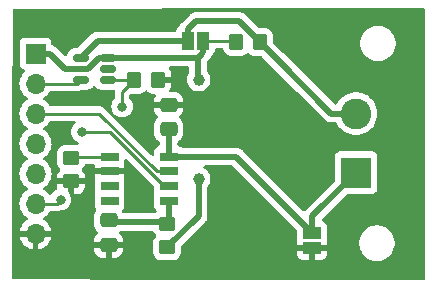
<source format=gbr>
%TF.GenerationSoftware,KiCad,Pcbnew,7.0.2*%
%TF.CreationDate,2023-10-27T14:16:18+02:00*%
%TF.ProjectId,stcs05,73746373-3035-42e6-9b69-6361645f7063,rev?*%
%TF.SameCoordinates,Original*%
%TF.FileFunction,Copper,L1,Top*%
%TF.FilePolarity,Positive*%
%FSLAX46Y46*%
G04 Gerber Fmt 4.6, Leading zero omitted, Abs format (unit mm)*
G04 Created by KiCad (PCBNEW 7.0.2) date 2023-10-27 14:16:18*
%MOMM*%
%LPD*%
G01*
G04 APERTURE LIST*
G04 Aperture macros list*
%AMRoundRect*
0 Rectangle with rounded corners*
0 $1 Rounding radius*
0 $2 $3 $4 $5 $6 $7 $8 $9 X,Y pos of 4 corners*
0 Add a 4 corners polygon primitive as box body*
4,1,4,$2,$3,$4,$5,$6,$7,$8,$9,$2,$3,0*
0 Add four circle primitives for the rounded corners*
1,1,$1+$1,$2,$3*
1,1,$1+$1,$4,$5*
1,1,$1+$1,$6,$7*
1,1,$1+$1,$8,$9*
0 Add four rect primitives between the rounded corners*
20,1,$1+$1,$2,$3,$4,$5,0*
20,1,$1+$1,$4,$5,$6,$7,0*
20,1,$1+$1,$6,$7,$8,$9,0*
20,1,$1+$1,$8,$9,$2,$3,0*%
G04 Aperture macros list end*
%TA.AperFunction,SMDPad,CuDef*%
%ADD10RoundRect,0.250000X0.350000X0.450000X-0.350000X0.450000X-0.350000X-0.450000X0.350000X-0.450000X0*%
%TD*%
%TA.AperFunction,ComponentPad*%
%ADD11R,2.600000X2.600000*%
%TD*%
%TA.AperFunction,ComponentPad*%
%ADD12C,2.600000*%
%TD*%
%TA.AperFunction,SMDPad,CuDef*%
%ADD13RoundRect,0.250000X0.450000X-0.350000X0.450000X0.350000X-0.450000X0.350000X-0.450000X-0.350000X0*%
%TD*%
%TA.AperFunction,SMDPad,CuDef*%
%ADD14R,1.000000X1.500000*%
%TD*%
%TA.AperFunction,SMDPad,CuDef*%
%ADD15RoundRect,0.250000X-0.450000X0.350000X-0.450000X-0.350000X0.450000X-0.350000X0.450000X0.350000X0*%
%TD*%
%TA.AperFunction,SMDPad,CuDef*%
%ADD16RoundRect,0.150000X0.512500X0.150000X-0.512500X0.150000X-0.512500X-0.150000X0.512500X-0.150000X0*%
%TD*%
%TA.AperFunction,SMDPad,CuDef*%
%ADD17R,1.500000X0.800000*%
%TD*%
%TA.AperFunction,SMDPad,CuDef*%
%ADD18RoundRect,0.250000X-0.475000X0.337500X-0.475000X-0.337500X0.475000X-0.337500X0.475000X0.337500X0*%
%TD*%
%TA.AperFunction,SMDPad,CuDef*%
%ADD19R,1.500000X1.000000*%
%TD*%
%TA.AperFunction,ComponentPad*%
%ADD20R,1.700000X1.700000*%
%TD*%
%TA.AperFunction,ComponentPad*%
%ADD21O,1.700000X1.700000*%
%TD*%
%TA.AperFunction,ViaPad*%
%ADD22C,1.000000*%
%TD*%
%TA.AperFunction,ViaPad*%
%ADD23C,0.800000*%
%TD*%
%TA.AperFunction,Conductor*%
%ADD24C,0.500000*%
%TD*%
%TA.AperFunction,Conductor*%
%ADD25C,0.250000*%
%TD*%
G04 APERTURE END LIST*
D10*
%TO.P,R2,1*%
%TO.N,GND*%
X128762000Y-73660000D03*
%TO.P,R2,2*%
%TO.N,/ad0*%
X126762000Y-73660000D03*
%TD*%
D11*
%TO.P,J2,1,Pin_1*%
%TO.N,/led-*%
X145542000Y-81534000D03*
D12*
%TO.P,J2,2,Pin_2*%
%TO.N,/led+*%
X145542000Y-76534000D03*
%TD*%
D13*
%TO.P,R3,1*%
%TO.N,GND*%
X121412000Y-82280000D03*
%TO.P,R3,2*%
%TO.N,Net-(U1-FB)*%
X121412000Y-80280000D03*
%TD*%
D14*
%TO.P,JP1,1,A*%
%TO.N,VSS*%
X132603000Y-70358000D03*
%TO.P,JP1,2,B*%
%TO.N,/led+*%
X131303000Y-70358000D03*
%TD*%
D15*
%TO.P,R4,1*%
%TO.N,Net-(U1-VCC)*%
X129540000Y-85868000D03*
%TO.P,R4,2*%
%TO.N,VSS*%
X129540000Y-87868000D03*
%TD*%
D16*
%TO.P,U2,1*%
%TO.N,/ad0*%
X124512500Y-73700000D03*
%TO.P,U2,2,GND*%
%TO.N,GND*%
X124512500Y-72750000D03*
%TO.P,U2,3,+*%
%TO.N,VSS*%
X124512500Y-71800000D03*
%TO.P,U2,4,-*%
%TO.N,/led+*%
X122237500Y-71800000D03*
%TO.P,U2,5,V+*%
%TO.N,+3V3*%
X122237500Y-73700000D03*
%TD*%
D17*
%TO.P,U1,1,VCC*%
%TO.N,Net-(U1-VCC)*%
X129679000Y-83928000D03*
%TO.P,U1,2,PWM*%
%TO.N,+3V3*%
X129679000Y-82678000D03*
%TO.P,U1,3,EN*%
%TO.N,/I{slash}O*%
X129679000Y-81428000D03*
%TO.P,U1,4,DRAIN*%
%TO.N,/led-*%
X129679000Y-80178000D03*
%TO.P,U1,5,FB*%
%TO.N,Net-(U1-FB)*%
X124679000Y-80178000D03*
%TO.P,U1,6,GND*%
%TO.N,GND*%
X124679000Y-81428000D03*
%TO.P,U1,7,SLOPE*%
%TO.N,unconnected-(U1-SLOPE-Pad7)*%
X124679000Y-82678000D03*
%TO.P,U1,8,DISC*%
%TO.N,unconnected-(U1-DISC-Pad8)*%
X124679000Y-83928000D03*
%TD*%
D10*
%TO.P,R1,1*%
%TO.N,/led+*%
X137398000Y-70485000D03*
%TO.P,R1,2*%
%TO.N,VSS*%
X135398000Y-70485000D03*
%TD*%
D18*
%TO.P,C2,1*%
%TO.N,GND*%
X129667000Y-75797500D03*
%TO.P,C2,2*%
%TO.N,/led-*%
X129667000Y-77872500D03*
%TD*%
%TO.P,C1,1*%
%TO.N,Net-(U1-VCC)*%
X124587000Y-85576500D03*
%TO.P,C1,2*%
%TO.N,GND*%
X124587000Y-87651500D03*
%TD*%
D19*
%TO.P,JP2,1,A*%
%TO.N,/led-*%
X141825000Y-86625000D03*
%TO.P,JP2,2,B*%
%TO.N,GND*%
X141825000Y-87925000D03*
%TD*%
D20*
%TO.P,J1,1,Pin_1*%
%TO.N,VSS*%
X118400000Y-71460000D03*
D21*
%TO.P,J1,2,Pin_2*%
%TO.N,+3V3*%
X118400000Y-74000000D03*
%TO.P,J1,3,Pin_3*%
%TO.N,/I{slash}O*%
X118400000Y-76540000D03*
%TO.P,J1,4,Pin_4*%
%TO.N,/scl*%
X118400000Y-79080000D03*
%TO.P,J1,5,Pin_5*%
%TO.N,/sda*%
X118400000Y-81620000D03*
%TO.P,J1,6,Pin_6*%
%TO.N,/ad0*%
X118400000Y-84160000D03*
%TO.P,J1,7,Pin_7*%
%TO.N,GND*%
X118400000Y-86700000D03*
%TD*%
D22*
%TO.N,VSS*%
X132207000Y-82042000D03*
X132207000Y-73660000D03*
D23*
%TO.N,+3V3*%
X122301000Y-78105000D03*
%TO.N,/ad0*%
X120523000Y-83820000D03*
X125730000Y-75946000D03*
%TD*%
D24*
%TO.N,Net-(U1-VCC)*%
X129679000Y-85729000D02*
X129540000Y-85868000D01*
X124751500Y-85741000D02*
X124587000Y-85576500D01*
X129540000Y-85868000D02*
X129413000Y-85741000D01*
X129679000Y-83928000D02*
X129679000Y-85729000D01*
X129413000Y-85741000D02*
X124751500Y-85741000D01*
%TO.N,/led-*%
X145542000Y-81534000D02*
X141825000Y-85251000D01*
X129667000Y-80166000D02*
X129679000Y-80178000D01*
X135378000Y-80178000D02*
X141825000Y-86625000D01*
X129679000Y-80178000D02*
X135378000Y-80178000D01*
X141825000Y-85251000D02*
X141825000Y-86625000D01*
X129667000Y-77872500D02*
X129667000Y-80166000D01*
%TO.N,VSS*%
X120904000Y-72771000D02*
X119593000Y-71460000D01*
D25*
X135398000Y-70485000D02*
X135271000Y-70358000D01*
D24*
X132161000Y-73614000D02*
X132161000Y-71800000D01*
X124512500Y-71800000D02*
X132161000Y-71800000D01*
X124512500Y-71800000D02*
X123780000Y-71800000D01*
X132207000Y-73660000D02*
X132161000Y-73614000D01*
X123780000Y-71800000D02*
X122809000Y-72771000D01*
X122809000Y-72771000D02*
X120904000Y-72771000D01*
X132161000Y-71800000D02*
X132397000Y-71564000D01*
X132207000Y-85201000D02*
X132207000Y-82042000D01*
X132603000Y-71358000D02*
X132603000Y-70358000D01*
X129540000Y-87868000D02*
X132207000Y-85201000D01*
X132397000Y-71564000D02*
X132603000Y-71358000D01*
D25*
X135271000Y-70358000D02*
X132603000Y-70358000D01*
D24*
X119593000Y-71460000D02*
X118400000Y-71460000D01*
D25*
%TO.N,+3V3*%
X129292604Y-82678000D02*
X124719604Y-78105000D01*
X121937500Y-74000000D02*
X118400000Y-74000000D01*
X122237500Y-73700000D02*
X121937500Y-74000000D01*
X129679000Y-82678000D02*
X129292604Y-82678000D01*
X124719604Y-78105000D02*
X122301000Y-78105000D01*
%TO.N,/I{slash}O*%
X128679000Y-81428000D02*
X123791000Y-76540000D01*
X129679000Y-81428000D02*
X128679000Y-81428000D01*
X123791000Y-76540000D02*
X118400000Y-76540000D01*
%TO.N,/ad0*%
X120183000Y-84160000D02*
X120523000Y-83820000D01*
X118400000Y-84160000D02*
X120183000Y-84160000D01*
X124552500Y-73660000D02*
X124512500Y-73700000D01*
X125730000Y-75946000D02*
X125730000Y-74692000D01*
X125730000Y-74692000D02*
X126762000Y-73660000D01*
X126762000Y-73660000D02*
X124552500Y-73660000D01*
D24*
%TO.N,/led+*%
X138866500Y-71953500D02*
X137398000Y-70485000D01*
X132004000Y-68707000D02*
X131303000Y-69408000D01*
X145542000Y-76534000D02*
X143447000Y-76534000D01*
X131303000Y-70358000D02*
X123679500Y-70358000D01*
X143447000Y-76534000D02*
X138866500Y-71953500D01*
X135620000Y-68707000D02*
X132004000Y-68707000D01*
X123679500Y-70358000D02*
X122237500Y-71800000D01*
X137398000Y-70485000D02*
X135620000Y-68707000D01*
X131303000Y-69408000D02*
X131303000Y-70358000D01*
D25*
%TO.N,Net-(U1-FB)*%
X124679000Y-80178000D02*
X121514000Y-80178000D01*
X121514000Y-80178000D02*
X121412000Y-80280000D01*
%TD*%
%TA.AperFunction,Conductor*%
%TO.N,GND*%
G36*
X151327039Y-67620184D02*
G01*
X151372794Y-67672988D01*
X151384000Y-67724499D01*
X151384000Y-90475500D01*
X151364315Y-90542539D01*
X151311511Y-90588294D01*
X151260000Y-90599500D01*
X129718001Y-90599500D01*
X116524050Y-90551694D01*
X116457082Y-90531767D01*
X116411519Y-90478797D01*
X116400500Y-90427699D01*
X116400500Y-84160000D01*
X117044340Y-84160000D01*
X117064936Y-84395407D01*
X117109709Y-84562502D01*
X117126097Y-84623663D01*
X117225965Y-84837830D01*
X117361505Y-85031401D01*
X117528599Y-85198495D01*
X117714596Y-85328732D01*
X117758219Y-85383307D01*
X117765412Y-85452806D01*
X117733890Y-85515160D01*
X117714595Y-85531880D01*
X117528919Y-85661892D01*
X117361890Y-85828921D01*
X117226400Y-86022421D01*
X117126569Y-86236507D01*
X117069364Y-86449999D01*
X117069364Y-86450000D01*
X117966314Y-86450000D01*
X117940507Y-86490156D01*
X117900000Y-86628111D01*
X117900000Y-86771889D01*
X117940507Y-86909844D01*
X117966314Y-86950000D01*
X117069364Y-86950000D01*
X117126569Y-87163492D01*
X117226399Y-87377576D01*
X117361893Y-87571081D01*
X117528918Y-87738106D01*
X117722423Y-87873600D01*
X117936509Y-87973430D01*
X118150000Y-88030634D01*
X118150000Y-87135501D01*
X118257685Y-87184680D01*
X118364237Y-87200000D01*
X118435763Y-87200000D01*
X118542315Y-87184680D01*
X118650000Y-87135501D01*
X118650000Y-88030633D01*
X118863490Y-87973430D01*
X119017744Y-87901500D01*
X123362001Y-87901500D01*
X123362001Y-88035829D01*
X123362321Y-88042111D01*
X123372493Y-88141695D01*
X123427642Y-88308122D01*
X123519683Y-88457345D01*
X123643654Y-88581316D01*
X123792877Y-88673357D01*
X123959303Y-88728506D01*
X124058890Y-88738680D01*
X124065168Y-88738999D01*
X124336999Y-88738999D01*
X124337000Y-88738998D01*
X124337000Y-87901500D01*
X124837000Y-87901500D01*
X124837000Y-88738999D01*
X125108829Y-88738999D01*
X125115111Y-88738678D01*
X125214695Y-88728506D01*
X125381122Y-88673357D01*
X125530345Y-88581316D01*
X125654316Y-88457345D01*
X125746357Y-88308122D01*
X125801506Y-88141696D01*
X125811680Y-88042109D01*
X125812000Y-88035831D01*
X125812000Y-87901500D01*
X124837000Y-87901500D01*
X124337000Y-87901500D01*
X123362001Y-87901500D01*
X119017744Y-87901500D01*
X119077576Y-87873600D01*
X119271081Y-87738106D01*
X119438106Y-87571081D01*
X119573600Y-87377576D01*
X119673430Y-87163492D01*
X119730636Y-86950000D01*
X118833686Y-86950000D01*
X118859493Y-86909844D01*
X118900000Y-86771889D01*
X118900000Y-86628111D01*
X118859493Y-86490156D01*
X118833686Y-86450000D01*
X119730636Y-86450000D01*
X119730635Y-86449999D01*
X119673430Y-86236507D01*
X119573599Y-86022421D01*
X119438109Y-85828921D01*
X119271081Y-85661893D01*
X119085404Y-85531880D01*
X119041780Y-85477303D01*
X119034587Y-85407804D01*
X119066109Y-85345450D01*
X119085399Y-85328734D01*
X119271401Y-85198495D01*
X119438495Y-85031401D01*
X119573653Y-84838374D01*
X119628229Y-84794752D01*
X119675227Y-84785500D01*
X120100256Y-84785500D01*
X120120762Y-84787764D01*
X120123665Y-84787672D01*
X120123667Y-84787673D01*
X120190872Y-84785561D01*
X120194768Y-84785500D01*
X120218448Y-84785500D01*
X120222350Y-84785500D01*
X120226313Y-84784999D01*
X120237962Y-84784080D01*
X120281627Y-84782709D01*
X120300859Y-84777120D01*
X120319918Y-84773174D01*
X120330836Y-84771795D01*
X120339792Y-84770664D01*
X120380407Y-84754582D01*
X120391444Y-84750803D01*
X120433390Y-84738618D01*
X120434826Y-84737768D01*
X120497948Y-84720500D01*
X120617648Y-84720500D01*
X120782088Y-84685547D01*
X120802803Y-84681144D01*
X120975730Y-84604151D01*
X120975729Y-84604151D01*
X121128870Y-84492889D01*
X121255533Y-84352216D01*
X121350179Y-84188284D01*
X121359369Y-84160000D01*
X121408674Y-84008256D01*
X121428460Y-83820000D01*
X121408674Y-83631744D01*
X121360490Y-83483449D01*
X121350179Y-83451715D01*
X121255533Y-83287783D01*
X121193850Y-83219277D01*
X121163620Y-83156285D01*
X121162000Y-83136305D01*
X121162000Y-82530000D01*
X121662000Y-82530000D01*
X121662000Y-83379999D01*
X121908829Y-83379999D01*
X121915111Y-83379678D01*
X122014695Y-83369506D01*
X122181122Y-83314357D01*
X122330345Y-83222316D01*
X122454316Y-83098345D01*
X122546357Y-82949122D01*
X122601506Y-82782696D01*
X122611680Y-82683109D01*
X122612000Y-82676831D01*
X122612000Y-82530000D01*
X121662000Y-82530000D01*
X121162000Y-82530000D01*
X120212001Y-82530000D01*
X120212001Y-82676829D01*
X120212321Y-82683111D01*
X120222493Y-82782695D01*
X120240699Y-82837635D01*
X120243101Y-82907463D01*
X120207369Y-82967505D01*
X120173429Y-82989918D01*
X120070269Y-83035848D01*
X119917129Y-83147110D01*
X119790467Y-83287782D01*
X119728466Y-83395171D01*
X119677898Y-83443386D01*
X119609291Y-83456608D01*
X119544427Y-83430640D01*
X119519504Y-83404293D01*
X119502493Y-83379999D01*
X119438495Y-83288599D01*
X119271401Y-83121505D01*
X119085839Y-82991573D01*
X119042216Y-82936998D01*
X119035022Y-82867500D01*
X119066545Y-82805145D01*
X119085837Y-82788428D01*
X119271401Y-82658495D01*
X119438495Y-82491401D01*
X119574035Y-82297830D01*
X119673903Y-82083663D01*
X119735063Y-81855408D01*
X119755659Y-81620000D01*
X119735063Y-81384592D01*
X119673903Y-81156337D01*
X119574035Y-80942171D01*
X119438495Y-80748599D01*
X119271401Y-80581505D01*
X119085839Y-80451573D01*
X119042215Y-80396997D01*
X119035023Y-80327498D01*
X119066545Y-80265144D01*
X119085831Y-80248432D01*
X119271401Y-80118495D01*
X119438495Y-79951401D01*
X119574035Y-79757830D01*
X119673903Y-79543663D01*
X119735063Y-79315408D01*
X119755659Y-79080000D01*
X119753437Y-79054608D01*
X119735063Y-78844592D01*
X119709767Y-78750185D01*
X119673903Y-78616337D01*
X119574035Y-78402171D01*
X119438495Y-78208599D01*
X119271401Y-78041505D01*
X119085839Y-77911573D01*
X119042216Y-77856998D01*
X119035022Y-77787500D01*
X119066545Y-77725145D01*
X119085837Y-77708428D01*
X119271401Y-77578495D01*
X119438495Y-77411401D01*
X119573653Y-77218374D01*
X119628229Y-77174752D01*
X119675227Y-77165500D01*
X121680456Y-77165500D01*
X121747495Y-77185185D01*
X121793250Y-77237989D01*
X121803194Y-77307147D01*
X121774169Y-77370703D01*
X121753341Y-77389818D01*
X121695129Y-77432110D01*
X121568466Y-77572783D01*
X121473820Y-77736715D01*
X121415326Y-77916742D01*
X121395540Y-78104999D01*
X121415326Y-78293257D01*
X121473820Y-78473284D01*
X121568466Y-78637216D01*
X121695129Y-78777889D01*
X121848267Y-78889150D01*
X121860989Y-78894814D01*
X121968111Y-78942508D01*
X122021349Y-78987759D01*
X122041670Y-79054608D01*
X122022625Y-79121831D01*
X121970259Y-79168087D01*
X121912026Y-79179501D01*
X121912009Y-79179500D01*
X121908863Y-79179500D01*
X120915140Y-79179500D01*
X120915120Y-79179500D01*
X120911992Y-79179501D01*
X120908860Y-79179820D01*
X120908858Y-79179821D01*
X120809203Y-79190000D01*
X120642665Y-79245186D01*
X120493342Y-79337288D01*
X120369288Y-79461342D01*
X120277186Y-79610665D01*
X120222000Y-79777202D01*
X120211819Y-79876858D01*
X120211817Y-79876878D01*
X120211500Y-79879991D01*
X120211500Y-79883138D01*
X120211500Y-79883139D01*
X120211500Y-80676858D01*
X120211500Y-80676877D01*
X120211501Y-80680008D01*
X120211820Y-80683140D01*
X120211821Y-80683141D01*
X120222000Y-80782796D01*
X120277186Y-80949334D01*
X120369288Y-81098657D01*
X120463303Y-81192672D01*
X120496788Y-81253995D01*
X120491804Y-81323687D01*
X120463304Y-81368034D01*
X120369681Y-81461656D01*
X120277642Y-81610877D01*
X120222493Y-81777303D01*
X120212319Y-81876890D01*
X120212000Y-81883168D01*
X120212000Y-82030000D01*
X122611999Y-82030000D01*
X122611999Y-81883170D01*
X122611678Y-81876888D01*
X122601506Y-81777304D01*
X122546357Y-81610877D01*
X122454316Y-81461654D01*
X122360696Y-81368034D01*
X122327211Y-81306711D01*
X122332195Y-81237019D01*
X122360694Y-81192673D01*
X122454712Y-81098656D01*
X122546814Y-80949334D01*
X122566974Y-80888494D01*
X122606747Y-80831051D01*
X122671263Y-80804228D01*
X122684680Y-80803500D01*
X123309948Y-80803500D01*
X123376987Y-80823185D01*
X123422742Y-80875989D01*
X123433237Y-80940756D01*
X123429354Y-80976869D01*
X123429000Y-80983481D01*
X123429000Y-81178000D01*
X125929000Y-81178000D01*
X125929000Y-80983481D01*
X125928646Y-80976885D01*
X125922597Y-80920619D01*
X125895156Y-80847048D01*
X125890171Y-80777357D01*
X125895153Y-80760386D01*
X125923091Y-80685483D01*
X125929500Y-80625873D01*
X125929499Y-80498845D01*
X125949183Y-80431808D01*
X126001987Y-80386053D01*
X126071145Y-80376109D01*
X126134701Y-80405133D01*
X126141180Y-80411166D01*
X128392181Y-82662167D01*
X128425666Y-82723490D01*
X128428500Y-82749848D01*
X128428500Y-83122560D01*
X128428500Y-83122578D01*
X128428501Y-83125872D01*
X128428853Y-83129152D01*
X128428854Y-83129159D01*
X128434909Y-83185485D01*
X128462577Y-83259667D01*
X128467561Y-83329358D01*
X128462577Y-83346331D01*
X128434909Y-83420513D01*
X128428854Y-83476833D01*
X128428500Y-83480127D01*
X128428500Y-83483448D01*
X128428500Y-83483449D01*
X128428500Y-84372560D01*
X128428500Y-84372578D01*
X128428501Y-84375872D01*
X128434909Y-84435483D01*
X128485204Y-84570331D01*
X128571454Y-84685546D01*
X128623740Y-84724687D01*
X128665611Y-84780621D01*
X128670595Y-84850312D01*
X128637110Y-84911635D01*
X128627006Y-84919624D01*
X128592452Y-84954180D01*
X128531130Y-84987666D01*
X128504770Y-84990500D01*
X125859711Y-84990500D01*
X125792672Y-84970815D01*
X125754172Y-84931596D01*
X125720065Y-84876299D01*
X125701625Y-84808907D01*
X125722548Y-84742243D01*
X125751294Y-84711936D01*
X125765539Y-84701271D01*
X125786546Y-84685546D01*
X125872796Y-84570331D01*
X125923091Y-84435483D01*
X125929500Y-84375873D01*
X125929499Y-83480128D01*
X125923091Y-83420517D01*
X125895421Y-83346332D01*
X125890438Y-83276642D01*
X125895422Y-83259667D01*
X125923091Y-83185483D01*
X125929500Y-83125873D01*
X125929499Y-82230128D01*
X125923091Y-82170517D01*
X125895154Y-82095616D01*
X125890171Y-82025927D01*
X125895156Y-82008950D01*
X125922597Y-81935378D01*
X125928646Y-81879114D01*
X125929000Y-81872518D01*
X125929000Y-81678000D01*
X123429000Y-81678000D01*
X123429000Y-81872518D01*
X123429354Y-81879132D01*
X123435400Y-81935373D01*
X123462844Y-82008952D01*
X123467828Y-82078644D01*
X123462844Y-82095618D01*
X123434909Y-82170515D01*
X123428854Y-82226833D01*
X123428500Y-82230127D01*
X123428500Y-82233448D01*
X123428500Y-82233449D01*
X123428500Y-83122560D01*
X123428500Y-83122578D01*
X123428501Y-83125872D01*
X123428853Y-83129152D01*
X123428854Y-83129159D01*
X123434909Y-83185485D01*
X123462577Y-83259667D01*
X123467561Y-83329358D01*
X123462577Y-83346331D01*
X123434909Y-83420513D01*
X123428854Y-83476833D01*
X123428500Y-83480127D01*
X123428500Y-83483448D01*
X123428500Y-83483449D01*
X123428500Y-84372560D01*
X123428500Y-84372578D01*
X123428501Y-84375872D01*
X123434909Y-84435483D01*
X123485204Y-84570331D01*
X123510522Y-84604151D01*
X123521033Y-84618192D01*
X123545450Y-84683657D01*
X123530598Y-84751930D01*
X123526319Y-84757652D01*
X123526897Y-84758008D01*
X123519288Y-84770343D01*
X123519288Y-84770344D01*
X123516788Y-84774397D01*
X123427186Y-84919665D01*
X123372000Y-85086202D01*
X123361819Y-85185858D01*
X123361817Y-85185878D01*
X123361500Y-85188991D01*
X123361500Y-85192138D01*
X123361500Y-85192139D01*
X123361500Y-85960858D01*
X123361500Y-85960877D01*
X123361501Y-85964008D01*
X123361820Y-85967140D01*
X123361821Y-85967141D01*
X123372000Y-86066796D01*
X123427186Y-86233334D01*
X123519288Y-86382657D01*
X123643340Y-86506709D01*
X123643342Y-86506710D01*
X123643344Y-86506712D01*
X123646652Y-86508752D01*
X123693379Y-86560698D01*
X123704603Y-86629660D01*
X123676762Y-86693744D01*
X123646659Y-86719830D01*
X123643654Y-86721683D01*
X123519683Y-86845654D01*
X123427642Y-86994877D01*
X123372493Y-87161303D01*
X123362319Y-87260890D01*
X123362000Y-87267168D01*
X123362000Y-87401500D01*
X125811999Y-87401500D01*
X125811999Y-87267170D01*
X125811678Y-87260888D01*
X125801506Y-87161304D01*
X125746357Y-86994877D01*
X125654316Y-86845654D01*
X125530345Y-86721683D01*
X125529299Y-86721038D01*
X125525712Y-86717050D01*
X125520096Y-86711434D01*
X125520393Y-86711136D01*
X125482575Y-86669090D01*
X125471354Y-86600127D01*
X125499197Y-86536045D01*
X125557266Y-86497190D01*
X125594397Y-86491500D01*
X128307709Y-86491500D01*
X128374748Y-86511185D01*
X128413248Y-86550404D01*
X128497288Y-86686657D01*
X128590950Y-86780319D01*
X128624435Y-86841642D01*
X128619451Y-86911334D01*
X128590950Y-86955681D01*
X128497288Y-87049342D01*
X128405186Y-87198665D01*
X128350000Y-87365202D01*
X128339819Y-87464858D01*
X128339817Y-87464878D01*
X128339500Y-87467991D01*
X128339500Y-87471138D01*
X128339500Y-87471139D01*
X128339500Y-88264858D01*
X128339500Y-88264877D01*
X128339501Y-88268008D01*
X128339820Y-88271140D01*
X128339821Y-88271141D01*
X128350000Y-88370796D01*
X128405186Y-88537334D01*
X128497288Y-88686657D01*
X128621342Y-88810711D01*
X128677895Y-88845592D01*
X128770666Y-88902814D01*
X128882017Y-88939712D01*
X128937202Y-88957999D01*
X129036858Y-88968180D01*
X129036859Y-88968180D01*
X129039991Y-88968500D01*
X130040008Y-88968499D01*
X130142797Y-88957999D01*
X130309334Y-88902814D01*
X130458656Y-88810712D01*
X130582712Y-88686656D01*
X130674814Y-88537334D01*
X130729999Y-88370797D01*
X130740500Y-88268009D01*
X130740500Y-88175000D01*
X140575000Y-88175000D01*
X140575000Y-88469518D01*
X140575354Y-88476132D01*
X140581400Y-88532371D01*
X140631647Y-88667089D01*
X140717811Y-88782188D01*
X140832910Y-88868352D01*
X140967628Y-88918599D01*
X141023867Y-88924645D01*
X141030482Y-88925000D01*
X141575000Y-88925000D01*
X141575000Y-88175000D01*
X142075000Y-88175000D01*
X142075000Y-88925000D01*
X142619518Y-88925000D01*
X142626132Y-88924645D01*
X142682371Y-88918599D01*
X142817089Y-88868352D01*
X142932188Y-88782188D01*
X143018352Y-88667089D01*
X143068599Y-88532371D01*
X143074645Y-88476132D01*
X143075000Y-88469518D01*
X143075000Y-88175000D01*
X142075000Y-88175000D01*
X141575000Y-88175000D01*
X140575000Y-88175000D01*
X130740500Y-88175000D01*
X130740499Y-87780228D01*
X130760183Y-87713190D01*
X130776813Y-87692553D01*
X132692638Y-85776727D01*
X132706256Y-85764957D01*
X132725530Y-85750610D01*
X132757372Y-85712661D01*
X132764686Y-85704681D01*
X132765264Y-85704102D01*
X132768591Y-85700776D01*
X132787853Y-85676413D01*
X132790076Y-85673686D01*
X132799972Y-85661893D01*
X132838302Y-85616214D01*
X132838303Y-85616211D01*
X132839115Y-85615244D01*
X132849573Y-85598828D01*
X132850107Y-85597680D01*
X132850111Y-85597677D01*
X132881845Y-85529621D01*
X132883371Y-85526470D01*
X132917040Y-85459433D01*
X132917040Y-85459431D01*
X132917609Y-85458299D01*
X132924002Y-85439906D01*
X132939431Y-85365184D01*
X132940212Y-85361660D01*
X132957791Y-85287493D01*
X132959770Y-85268120D01*
X132959733Y-85266858D01*
X132959734Y-85266855D01*
X132957552Y-85191868D01*
X132957500Y-85188262D01*
X132957500Y-82748977D01*
X132977185Y-82681938D01*
X132985647Y-82670312D01*
X133042910Y-82600538D01*
X133135814Y-82426727D01*
X133193024Y-82238132D01*
X133212341Y-82042000D01*
X133193024Y-81845868D01*
X133135814Y-81657273D01*
X133042910Y-81483462D01*
X132917883Y-81331117D01*
X132765538Y-81206090D01*
X132682786Y-81161858D01*
X132632942Y-81112896D01*
X132617481Y-81044758D01*
X132641313Y-80979079D01*
X132696870Y-80936710D01*
X132741239Y-80928500D01*
X135015770Y-80928500D01*
X135082809Y-80948185D01*
X135103451Y-80964819D01*
X140538181Y-86399549D01*
X140571666Y-86460872D01*
X140574500Y-86487230D01*
X140574500Y-87169560D01*
X140574500Y-87169578D01*
X140574501Y-87172872D01*
X140574853Y-87176152D01*
X140574854Y-87176159D01*
X140582574Y-87247968D01*
X140581990Y-87248030D01*
X140585855Y-87302074D01*
X140581466Y-87317019D01*
X140575354Y-87373867D01*
X140575000Y-87380481D01*
X140575000Y-87675000D01*
X143075000Y-87675000D01*
X143075000Y-87624335D01*
X145799500Y-87624335D01*
X145807954Y-87675000D01*
X145840429Y-87869615D01*
X145899647Y-88042111D01*
X145921172Y-88104810D01*
X146009491Y-88268009D01*
X146039529Y-88323514D01*
X146143695Y-88457345D01*
X146192262Y-88519744D01*
X146375215Y-88688164D01*
X146583393Y-88824173D01*
X146811119Y-88924063D01*
X147052179Y-88985108D01*
X147237933Y-89000500D01*
X147240503Y-89000500D01*
X147359497Y-89000500D01*
X147362067Y-89000500D01*
X147547821Y-88985108D01*
X147788881Y-88924063D01*
X148016607Y-88824173D01*
X148224785Y-88688164D01*
X148407738Y-88519744D01*
X148560474Y-88323509D01*
X148678828Y-88104810D01*
X148759571Y-87869614D01*
X148800500Y-87624335D01*
X148800500Y-87375665D01*
X148759571Y-87130386D01*
X148678828Y-86895190D01*
X148560474Y-86676491D01*
X148560471Y-86676487D01*
X148560470Y-86676485D01*
X148429917Y-86508752D01*
X148407738Y-86480256D01*
X148224785Y-86311836D01*
X148016607Y-86175827D01*
X148016604Y-86175825D01*
X147891523Y-86120960D01*
X147788881Y-86075937D01*
X147608866Y-86030351D01*
X147547822Y-86014892D01*
X147513854Y-86012077D01*
X147362067Y-85999500D01*
X147237933Y-85999500D01*
X147120111Y-86009262D01*
X147052177Y-86014892D01*
X146930086Y-86045810D01*
X146811119Y-86075937D01*
X146788678Y-86085780D01*
X146583395Y-86175825D01*
X146490515Y-86236507D01*
X146375215Y-86311836D01*
X146375213Y-86311837D01*
X146375214Y-86311837D01*
X146192259Y-86480259D01*
X146039529Y-86676485D01*
X146016072Y-86719830D01*
X145935887Y-86868000D01*
X145921170Y-86895194D01*
X145840429Y-87130384D01*
X145817604Y-87267170D01*
X145799500Y-87375665D01*
X145799500Y-87624335D01*
X143075000Y-87624335D01*
X143075000Y-87380481D01*
X143074646Y-87373885D01*
X143066933Y-87302138D01*
X143067912Y-87302032D01*
X143064142Y-87249362D01*
X143069086Y-87232526D01*
X143072583Y-87200000D01*
X143075500Y-87172873D01*
X143075499Y-86077128D01*
X143069091Y-86017517D01*
X143018796Y-85882669D01*
X142932546Y-85767454D01*
X142817331Y-85681204D01*
X142817330Y-85681203D01*
X142817328Y-85681202D01*
X142735059Y-85650517D01*
X142679125Y-85608646D01*
X142654709Y-85543181D01*
X142669561Y-85474908D01*
X142690709Y-85446658D01*
X144766549Y-83370817D01*
X144827872Y-83337333D01*
X144854230Y-83334499D01*
X146886561Y-83334499D01*
X146889872Y-83334499D01*
X146949483Y-83328091D01*
X147084331Y-83277796D01*
X147199546Y-83191546D01*
X147285796Y-83076331D01*
X147336091Y-82941483D01*
X147342500Y-82881873D01*
X147342499Y-80186128D01*
X147336091Y-80126517D01*
X147285796Y-79991669D01*
X147199546Y-79876454D01*
X147084331Y-79790204D01*
X146949483Y-79739909D01*
X146889873Y-79733500D01*
X146886550Y-79733500D01*
X144197439Y-79733500D01*
X144197420Y-79733500D01*
X144194128Y-79733501D01*
X144190848Y-79733853D01*
X144190840Y-79733854D01*
X144134515Y-79739909D01*
X143999669Y-79790204D01*
X143884454Y-79876454D01*
X143798204Y-79991668D01*
X143747910Y-80126515D01*
X143747909Y-80126517D01*
X143741500Y-80186127D01*
X143741500Y-80189448D01*
X143741500Y-80189449D01*
X143741500Y-82221769D01*
X143721815Y-82288808D01*
X143705181Y-82309450D01*
X141339358Y-84675272D01*
X141325727Y-84687053D01*
X141306468Y-84701391D01*
X141274635Y-84739328D01*
X141267338Y-84747292D01*
X141265972Y-84748657D01*
X141265950Y-84748681D01*
X141263409Y-84751223D01*
X141261173Y-84754050D01*
X141261171Y-84754053D01*
X141244176Y-84775546D01*
X141241905Y-84778334D01*
X141236930Y-84784264D01*
X141236636Y-84784614D01*
X141178466Y-84823319D01*
X141108605Y-84824431D01*
X141053961Y-84792594D01*
X138550175Y-82288808D01*
X135953728Y-79692360D01*
X135941946Y-79678727D01*
X135927609Y-79659469D01*
X135889666Y-79627631D01*
X135881691Y-79620323D01*
X135880329Y-79618961D01*
X135877777Y-79616409D01*
X135853444Y-79597169D01*
X135850647Y-79594890D01*
X135792251Y-79545890D01*
X135775821Y-79535422D01*
X135706691Y-79503186D01*
X135703447Y-79501615D01*
X135635306Y-79467394D01*
X135616903Y-79460997D01*
X135542211Y-79445574D01*
X135538692Y-79444794D01*
X135464490Y-79427208D01*
X135445121Y-79425229D01*
X135368869Y-79427448D01*
X135365263Y-79427500D01*
X130837230Y-79427500D01*
X130770191Y-79407815D01*
X130762919Y-79402767D01*
X130671331Y-79334204D01*
X130536479Y-79283907D01*
X130528243Y-79283022D01*
X130463692Y-79256283D01*
X130423845Y-79198890D01*
X130417500Y-79159733D01*
X130417500Y-78991057D01*
X130437185Y-78924018D01*
X130476401Y-78885520D01*
X130610656Y-78802712D01*
X130734712Y-78678656D01*
X130826814Y-78529334D01*
X130881999Y-78362797D01*
X130892500Y-78260009D01*
X130892499Y-77484992D01*
X130881999Y-77382203D01*
X130826814Y-77215666D01*
X130734712Y-77066344D01*
X130734711Y-77066342D01*
X130610659Y-76942290D01*
X130607345Y-76940246D01*
X130560620Y-76888299D01*
X130549396Y-76819336D01*
X130577238Y-76755254D01*
X130607348Y-76729164D01*
X130610348Y-76727313D01*
X130734316Y-76603345D01*
X130826357Y-76454122D01*
X130881506Y-76287696D01*
X130891680Y-76188109D01*
X130892000Y-76181831D01*
X130892000Y-76047500D01*
X128442001Y-76047500D01*
X128442001Y-76181829D01*
X128442321Y-76188111D01*
X128452493Y-76287695D01*
X128507642Y-76454122D01*
X128599683Y-76603345D01*
X128723654Y-76727316D01*
X128726656Y-76729168D01*
X128773380Y-76781117D01*
X128784601Y-76850079D01*
X128756757Y-76914161D01*
X128726659Y-76940242D01*
X128723344Y-76942286D01*
X128599288Y-77066342D01*
X128507186Y-77215665D01*
X128452000Y-77382202D01*
X128441819Y-77481858D01*
X128441817Y-77481878D01*
X128441500Y-77484991D01*
X128441500Y-77488138D01*
X128441500Y-77488139D01*
X128441500Y-78256858D01*
X128441500Y-78256877D01*
X128441501Y-78260008D01*
X128441820Y-78263140D01*
X128441821Y-78263141D01*
X128452000Y-78362796D01*
X128507186Y-78529334D01*
X128599288Y-78678657D01*
X128723342Y-78802711D01*
X128723344Y-78802712D01*
X128857597Y-78885519D01*
X128904321Y-78937465D01*
X128916500Y-78991057D01*
X128916500Y-79162387D01*
X128896815Y-79229426D01*
X128844011Y-79275181D01*
X128835834Y-79278569D01*
X128686668Y-79334204D01*
X128571454Y-79420454D01*
X128485204Y-79535668D01*
X128434909Y-79670516D01*
X128432561Y-79692360D01*
X128428500Y-79730127D01*
X128428500Y-79733430D01*
X128428499Y-79733449D01*
X128428499Y-79993547D01*
X128408814Y-80060587D01*
X128356010Y-80106342D01*
X128286851Y-80116285D01*
X128223296Y-80087260D01*
X128216818Y-80081228D01*
X126350328Y-78214738D01*
X124291802Y-76156211D01*
X124278906Y-76140113D01*
X124227775Y-76092098D01*
X124224978Y-76089387D01*
X124208227Y-76072636D01*
X124205471Y-76069880D01*
X124202290Y-76067412D01*
X124193422Y-76059837D01*
X124161582Y-76029938D01*
X124144024Y-76020285D01*
X124127764Y-76009604D01*
X124111936Y-75997327D01*
X124071851Y-75979980D01*
X124061361Y-75974841D01*
X124023091Y-75953802D01*
X124003691Y-75948821D01*
X123985284Y-75942519D01*
X123966897Y-75934562D01*
X123923758Y-75927729D01*
X123912324Y-75925361D01*
X123870019Y-75914500D01*
X123849984Y-75914500D01*
X123830586Y-75912973D01*
X123823162Y-75911797D01*
X123810805Y-75909840D01*
X123810804Y-75909840D01*
X123777751Y-75912964D01*
X123767325Y-75913950D01*
X123755656Y-75914500D01*
X119675226Y-75914500D01*
X119608187Y-75894815D01*
X119573651Y-75861623D01*
X119509297Y-75769715D01*
X119438495Y-75668599D01*
X119271401Y-75501505D01*
X119085839Y-75371573D01*
X119042215Y-75316997D01*
X119035023Y-75247498D01*
X119066545Y-75185144D01*
X119085831Y-75168432D01*
X119271401Y-75038495D01*
X119438495Y-74871401D01*
X119573653Y-74678374D01*
X119628229Y-74634752D01*
X119675227Y-74625500D01*
X121854756Y-74625500D01*
X121875262Y-74627764D01*
X121878165Y-74627672D01*
X121878167Y-74627673D01*
X121945372Y-74625561D01*
X121949268Y-74625500D01*
X121972948Y-74625500D01*
X121976850Y-74625500D01*
X121980813Y-74624999D01*
X121992462Y-74624080D01*
X122036127Y-74622709D01*
X122055359Y-74617120D01*
X122074418Y-74613174D01*
X122080696Y-74612381D01*
X122094292Y-74610664D01*
X122134907Y-74594582D01*
X122145944Y-74590803D01*
X122187890Y-74578618D01*
X122205129Y-74568422D01*
X122222602Y-74559862D01*
X122241232Y-74552486D01*
X122276564Y-74526814D01*
X122286337Y-74520396D01*
X122290790Y-74517763D01*
X122353902Y-74500500D01*
X122813249Y-74500500D01*
X122815694Y-74500500D01*
X122852569Y-74497598D01*
X123010398Y-74451744D01*
X123151865Y-74368081D01*
X123268081Y-74251865D01*
X123268265Y-74251552D01*
X123270197Y-74249748D01*
X123279158Y-74240788D01*
X123279464Y-74241094D01*
X123319328Y-74203868D01*
X123388069Y-74191360D01*
X123452660Y-74218001D01*
X123481729Y-74251544D01*
X123481735Y-74251555D01*
X123481919Y-74251865D01*
X123598135Y-74368081D01*
X123701350Y-74429122D01*
X123739602Y-74451744D01*
X123897427Y-74497597D01*
X123897431Y-74497598D01*
X123934306Y-74500500D01*
X123936751Y-74500500D01*
X124980500Y-74500500D01*
X125047539Y-74520185D01*
X125093294Y-74572989D01*
X125104500Y-74624500D01*
X125104500Y-74633016D01*
X125102973Y-74652414D01*
X125099839Y-74672196D01*
X125103949Y-74715676D01*
X125104499Y-74727343D01*
X125104500Y-75247312D01*
X125084816Y-75314351D01*
X125072650Y-75330284D01*
X124997466Y-75413783D01*
X124902820Y-75577715D01*
X124844326Y-75757742D01*
X124824540Y-75946000D01*
X124844326Y-76134257D01*
X124902820Y-76314284D01*
X124997466Y-76478216D01*
X125124129Y-76618889D01*
X125277269Y-76730151D01*
X125450197Y-76807144D01*
X125635352Y-76846500D01*
X125635354Y-76846500D01*
X125824648Y-76846500D01*
X125952444Y-76819336D01*
X126009803Y-76807144D01*
X126182730Y-76730151D01*
X126335871Y-76618888D01*
X126462533Y-76478216D01*
X126557179Y-76314284D01*
X126615674Y-76134256D01*
X126635460Y-75946000D01*
X126615674Y-75757744D01*
X126557179Y-75577716D01*
X126557179Y-75577715D01*
X126462535Y-75413786D01*
X126450478Y-75400396D01*
X126387347Y-75330282D01*
X126357119Y-75267293D01*
X126355500Y-75247323D01*
X126355500Y-75002451D01*
X126375185Y-74935412D01*
X126391819Y-74914771D01*
X126409772Y-74896818D01*
X126471095Y-74863333D01*
X126497453Y-74860499D01*
X127158859Y-74860499D01*
X127162008Y-74860499D01*
X127264797Y-74849999D01*
X127431334Y-74794814D01*
X127580656Y-74702712D01*
X127674673Y-74608694D01*
X127735994Y-74575211D01*
X127805686Y-74580195D01*
X127850034Y-74608696D01*
X127943654Y-74702316D01*
X128092877Y-74794357D01*
X128259303Y-74849506D01*
X128358890Y-74859680D01*
X128365167Y-74859999D01*
X128458713Y-74859999D01*
X128525752Y-74879683D01*
X128571508Y-74932486D01*
X128581452Y-75001645D01*
X128564253Y-75049095D01*
X128507642Y-75140877D01*
X128452493Y-75307303D01*
X128442319Y-75406890D01*
X128442000Y-75413168D01*
X128442000Y-75547500D01*
X130891999Y-75547500D01*
X130891999Y-75413170D01*
X130891678Y-75406888D01*
X130881506Y-75307304D01*
X130826357Y-75140877D01*
X130734316Y-74991654D01*
X130610345Y-74867683D01*
X130461122Y-74775642D01*
X130294696Y-74720493D01*
X130195109Y-74710319D01*
X130188832Y-74710000D01*
X129845286Y-74710000D01*
X129778247Y-74690315D01*
X129732492Y-74637511D01*
X129722548Y-74568353D01*
X129739747Y-74520904D01*
X129796357Y-74429122D01*
X129851506Y-74262696D01*
X129861680Y-74163109D01*
X129862000Y-74156831D01*
X129862000Y-73910000D01*
X128636000Y-73910000D01*
X128568961Y-73890315D01*
X128523206Y-73837511D01*
X128512000Y-73786000D01*
X128512000Y-73534000D01*
X128531685Y-73466961D01*
X128584489Y-73421206D01*
X128636000Y-73410000D01*
X129861998Y-73410000D01*
X129861999Y-73163170D01*
X129861678Y-73156888D01*
X129851506Y-73057304D01*
X129796357Y-72890877D01*
X129703047Y-72739596D01*
X129684607Y-72672204D01*
X129705530Y-72605540D01*
X129759172Y-72560771D01*
X129808586Y-72550500D01*
X131286500Y-72550500D01*
X131353539Y-72570185D01*
X131399294Y-72622989D01*
X131410500Y-72674500D01*
X131410499Y-73009073D01*
X131390814Y-73076113D01*
X131382354Y-73087735D01*
X131371091Y-73101459D01*
X131278185Y-73275273D01*
X131220976Y-73463866D01*
X131201659Y-73659999D01*
X131220976Y-73856133D01*
X131278185Y-74044726D01*
X131356563Y-74191360D01*
X131371090Y-74218538D01*
X131496117Y-74370883D01*
X131648462Y-74495910D01*
X131822273Y-74588814D01*
X132010868Y-74646024D01*
X132207000Y-74665341D01*
X132403132Y-74646024D01*
X132591727Y-74588814D01*
X132765538Y-74495910D01*
X132917883Y-74370883D01*
X133042910Y-74218538D01*
X133135814Y-74044727D01*
X133193024Y-73856132D01*
X133212341Y-73660000D01*
X133193024Y-73463868D01*
X133135814Y-73275273D01*
X133042910Y-73101462D01*
X133042908Y-73101459D01*
X132939646Y-72975634D01*
X132912333Y-72911324D01*
X132911499Y-72896969D01*
X132911499Y-72162230D01*
X132931184Y-72095191D01*
X132947812Y-72074554D01*
X133088648Y-71933718D01*
X133102260Y-71921955D01*
X133121530Y-71907610D01*
X133153366Y-71869667D01*
X133160680Y-71861688D01*
X133161264Y-71861103D01*
X133164591Y-71857777D01*
X133183833Y-71833439D01*
X133186090Y-71830670D01*
X133221757Y-71788164D01*
X133234302Y-71773214D01*
X133234303Y-71773211D01*
X133235115Y-71772244D01*
X133245573Y-71755827D01*
X133246106Y-71754682D01*
X133246111Y-71754677D01*
X133277833Y-71686646D01*
X133279362Y-71683488D01*
X133313040Y-71616433D01*
X133313040Y-71616429D01*
X133313611Y-71615294D01*
X133320946Y-71594193D01*
X133325096Y-71585296D01*
X133363160Y-71538448D01*
X133460546Y-71465546D01*
X133546796Y-71350331D01*
X133597091Y-71215483D01*
X133603500Y-71155873D01*
X133603500Y-71107500D01*
X133623185Y-71040461D01*
X133675989Y-70994706D01*
X133727500Y-70983500D01*
X134185368Y-70983500D01*
X134252407Y-71003185D01*
X134298162Y-71055989D01*
X134303333Y-71075036D01*
X134303729Y-71074905D01*
X134363186Y-71254334D01*
X134455288Y-71403657D01*
X134579342Y-71527711D01*
X134628882Y-71558267D01*
X134728666Y-71619814D01*
X134825776Y-71651993D01*
X134895202Y-71674999D01*
X134994858Y-71685180D01*
X134994859Y-71685180D01*
X134997991Y-71685500D01*
X135798008Y-71685499D01*
X135900797Y-71674999D01*
X136067334Y-71619814D01*
X136216656Y-71527712D01*
X136310320Y-71434047D01*
X136371641Y-71400564D01*
X136441333Y-71405548D01*
X136485679Y-71434047D01*
X136579343Y-71527711D01*
X136579345Y-71527713D01*
X136628882Y-71558267D01*
X136728666Y-71619814D01*
X136825776Y-71651993D01*
X136895202Y-71674999D01*
X136994858Y-71685180D01*
X136994859Y-71685180D01*
X136997991Y-71685500D01*
X137485769Y-71685499D01*
X137552808Y-71705183D01*
X137573450Y-71721818D01*
X138265104Y-72413471D01*
X138265106Y-72413474D01*
X138273787Y-72422155D01*
X138273788Y-72422156D01*
X140578976Y-74727343D01*
X142871267Y-77019634D01*
X142883048Y-77033266D01*
X142897390Y-77052530D01*
X142913853Y-77066344D01*
X142935339Y-77084373D01*
X142943314Y-77091681D01*
X142947223Y-77095590D01*
X142950055Y-77097829D01*
X142950065Y-77097838D01*
X142971542Y-77114819D01*
X142974298Y-77117063D01*
X143031786Y-77165302D01*
X143031788Y-77165303D01*
X143032757Y-77166116D01*
X143049177Y-77176576D01*
X143050321Y-77177109D01*
X143050323Y-77177111D01*
X143118357Y-77208835D01*
X143121456Y-77210335D01*
X143176519Y-77237989D01*
X143189704Y-77244611D01*
X143208084Y-77250998D01*
X143209321Y-77251253D01*
X143209327Y-77251256D01*
X143282862Y-77266439D01*
X143286209Y-77267181D01*
X143359279Y-77284500D01*
X143359281Y-77284500D01*
X143360505Y-77284790D01*
X143379876Y-77286769D01*
X143381140Y-77286732D01*
X143381144Y-77286733D01*
X143456110Y-77284552D01*
X143459716Y-77284500D01*
X143824672Y-77284500D01*
X143891711Y-77304185D01*
X143932058Y-77346499D01*
X144050185Y-77551102D01*
X144218439Y-77762085D01*
X144416259Y-77945635D01*
X144639226Y-78097651D01*
X144882359Y-78214738D01*
X145140228Y-78294280D01*
X145407071Y-78334500D01*
X145676929Y-78334500D01*
X145943772Y-78294280D01*
X146201641Y-78214738D01*
X146444775Y-78097651D01*
X146667741Y-77945635D01*
X146865561Y-77762085D01*
X147033815Y-77551102D01*
X147168743Y-77317398D01*
X147267334Y-77066195D01*
X147327383Y-76803103D01*
X147347549Y-76534000D01*
X147327383Y-76264897D01*
X147267334Y-76001805D01*
X147168743Y-75750602D01*
X147033815Y-75516898D01*
X146865561Y-75305915D01*
X146826854Y-75270000D01*
X146667743Y-75122366D01*
X146610205Y-75083137D01*
X146444775Y-74970349D01*
X146201641Y-74853262D01*
X146122097Y-74828726D01*
X145943771Y-74773719D01*
X145676929Y-74733500D01*
X145407071Y-74733500D01*
X145140228Y-74773719D01*
X144882359Y-74853262D01*
X144639228Y-74970347D01*
X144416257Y-75122366D01*
X144218439Y-75305915D01*
X144050184Y-75516899D01*
X143932059Y-75721500D01*
X143881492Y-75769715D01*
X143824672Y-75783500D01*
X143809230Y-75783500D01*
X143742191Y-75763815D01*
X143721549Y-75747181D01*
X139366286Y-71391918D01*
X139366277Y-71391909D01*
X139366272Y-71391905D01*
X138957867Y-70983500D01*
X138698702Y-70724334D01*
X145899500Y-70724334D01*
X145940429Y-70969615D01*
X145976575Y-71074905D01*
X146021172Y-71204810D01*
X146122420Y-71391900D01*
X146139529Y-71423514D01*
X146220631Y-71527713D01*
X146292262Y-71619744D01*
X146475215Y-71788164D01*
X146683393Y-71924173D01*
X146911119Y-72024063D01*
X147152179Y-72085108D01*
X147337933Y-72100500D01*
X147340503Y-72100500D01*
X147459497Y-72100500D01*
X147462067Y-72100500D01*
X147647821Y-72085108D01*
X147888881Y-72024063D01*
X148116607Y-71924173D01*
X148324785Y-71788164D01*
X148507738Y-71619744D01*
X148660474Y-71423509D01*
X148778828Y-71204810D01*
X148859571Y-70969614D01*
X148900500Y-70724335D01*
X148900500Y-70475665D01*
X148859571Y-70230386D01*
X148778828Y-69995190D01*
X148660474Y-69776491D01*
X148660471Y-69776487D01*
X148660470Y-69776485D01*
X148540819Y-69622759D01*
X148507738Y-69580256D01*
X148324785Y-69411836D01*
X148116607Y-69275827D01*
X148116604Y-69275825D01*
X147991523Y-69220960D01*
X147888881Y-69175937D01*
X147708867Y-69130351D01*
X147647822Y-69114892D01*
X147613854Y-69112077D01*
X147462067Y-69099500D01*
X147337933Y-69099500D01*
X147220352Y-69109243D01*
X147152177Y-69114892D01*
X147030086Y-69145810D01*
X146911119Y-69175937D01*
X146911116Y-69175938D01*
X146911117Y-69175938D01*
X146683395Y-69275825D01*
X146545881Y-69365668D01*
X146475215Y-69411836D01*
X146307375Y-69566344D01*
X146292259Y-69580259D01*
X146139529Y-69776485D01*
X146021170Y-69995194D01*
X145940429Y-70230384D01*
X145899500Y-70475665D01*
X145899500Y-70724334D01*
X138698702Y-70724334D01*
X138534818Y-70560450D01*
X138501333Y-70499127D01*
X138498499Y-70472769D01*
X138498499Y-69988140D01*
X138498499Y-69988139D01*
X138498499Y-69984992D01*
X138487999Y-69882203D01*
X138432814Y-69715666D01*
X138340712Y-69566344D01*
X138340711Y-69566342D01*
X138216657Y-69442288D01*
X138067334Y-69350186D01*
X137900797Y-69295000D01*
X137801141Y-69284819D01*
X137801122Y-69284818D01*
X137798009Y-69284500D01*
X137794860Y-69284500D01*
X137310230Y-69284500D01*
X137243191Y-69264815D01*
X137222549Y-69248181D01*
X136195728Y-68221360D01*
X136183946Y-68207727D01*
X136169609Y-68188469D01*
X136131666Y-68156631D01*
X136123691Y-68149323D01*
X136122329Y-68147961D01*
X136119777Y-68145409D01*
X136095444Y-68126169D01*
X136092647Y-68123890D01*
X136034251Y-68074890D01*
X136017821Y-68064422D01*
X135948691Y-68032186D01*
X135945447Y-68030615D01*
X135877306Y-67996394D01*
X135858903Y-67989997D01*
X135784211Y-67974574D01*
X135780692Y-67973794D01*
X135706490Y-67956208D01*
X135687121Y-67954229D01*
X135610869Y-67956448D01*
X135607263Y-67956500D01*
X132067706Y-67956500D01*
X132049736Y-67955191D01*
X132035853Y-67953157D01*
X132025977Y-67951711D01*
X132025976Y-67951711D01*
X131976631Y-67956028D01*
X131965824Y-67956500D01*
X131960291Y-67956500D01*
X131956730Y-67956916D01*
X131956715Y-67956917D01*
X131929501Y-67960098D01*
X131925916Y-67960464D01*
X131849961Y-67967109D01*
X131830921Y-67971330D01*
X131759232Y-67997421D01*
X131755831Y-67998603D01*
X131683474Y-68022580D01*
X131665927Y-68031075D01*
X131602221Y-68072975D01*
X131599181Y-68074912D01*
X131534280Y-68114944D01*
X131519165Y-68127256D01*
X131466832Y-68182725D01*
X131464320Y-68185311D01*
X130817359Y-68832271D01*
X130803728Y-68844051D01*
X130784470Y-68858388D01*
X130752635Y-68896328D01*
X130745338Y-68904292D01*
X130743972Y-68905657D01*
X130743950Y-68905681D01*
X130741409Y-68908223D01*
X130739173Y-68911050D01*
X130739171Y-68911053D01*
X130722176Y-68932546D01*
X130719902Y-68935337D01*
X130670894Y-68993744D01*
X130660418Y-69010187D01*
X130628192Y-69079294D01*
X130626622Y-69082537D01*
X130613210Y-69109243D01*
X130573576Y-69151700D01*
X130574940Y-69153521D01*
X130445454Y-69250453D01*
X130359204Y-69365668D01*
X130303466Y-69515110D01*
X130301944Y-69514542D01*
X130282579Y-69561302D01*
X130225188Y-69601153D01*
X130186024Y-69607500D01*
X123743206Y-69607500D01*
X123725236Y-69606191D01*
X123711353Y-69604157D01*
X123701477Y-69602711D01*
X123701476Y-69602711D01*
X123652131Y-69607028D01*
X123641324Y-69607500D01*
X123635791Y-69607500D01*
X123632230Y-69607916D01*
X123632215Y-69607917D01*
X123605001Y-69611098D01*
X123601416Y-69611464D01*
X123525461Y-69618109D01*
X123506421Y-69622330D01*
X123434732Y-69648421D01*
X123431331Y-69649603D01*
X123358974Y-69673580D01*
X123341427Y-69682075D01*
X123277721Y-69723975D01*
X123274681Y-69725912D01*
X123209780Y-69765944D01*
X123194665Y-69778256D01*
X123142332Y-69833725D01*
X123139820Y-69836311D01*
X122012951Y-70963181D01*
X121951628Y-70996666D01*
X121925270Y-70999500D01*
X121659306Y-70999500D01*
X121656886Y-70999690D01*
X121656871Y-70999691D01*
X121622427Y-71002402D01*
X121464602Y-71048255D01*
X121323134Y-71131919D01*
X121206919Y-71248134D01*
X121123255Y-71389602D01*
X121077402Y-71547427D01*
X121077402Y-71547431D01*
X121074500Y-71584306D01*
X121074500Y-71585889D01*
X121052231Y-71651993D01*
X120997668Y-71695636D01*
X120928172Y-71702852D01*
X120865807Y-71671350D01*
X120862952Y-71668584D01*
X120168728Y-70974360D01*
X120156946Y-70960727D01*
X120142609Y-70941469D01*
X120104666Y-70909631D01*
X120096691Y-70902323D01*
X120095329Y-70900961D01*
X120092777Y-70898409D01*
X120068444Y-70879169D01*
X120065647Y-70876890D01*
X120007251Y-70827890D01*
X119990821Y-70817422D01*
X119921691Y-70785186D01*
X119918447Y-70783615D01*
X119850305Y-70749393D01*
X119829191Y-70742053D01*
X119822080Y-70738736D01*
X119769647Y-70692557D01*
X119750499Y-70626360D01*
X119750499Y-70565439D01*
X119750499Y-70562128D01*
X119744091Y-70502517D01*
X119693796Y-70367669D01*
X119607546Y-70252454D01*
X119492331Y-70166204D01*
X119357483Y-70115909D01*
X119297873Y-70109500D01*
X119294550Y-70109500D01*
X117505439Y-70109500D01*
X117505420Y-70109500D01*
X117502128Y-70109501D01*
X117498848Y-70109853D01*
X117498840Y-70109854D01*
X117442515Y-70115909D01*
X117307669Y-70166204D01*
X117192454Y-70252454D01*
X117106204Y-70367668D01*
X117055910Y-70502515D01*
X117055909Y-70502517D01*
X117049500Y-70562127D01*
X117049500Y-70565448D01*
X117049500Y-70565449D01*
X117049500Y-72354560D01*
X117049500Y-72354578D01*
X117049501Y-72357872D01*
X117049853Y-72361152D01*
X117049854Y-72361159D01*
X117055909Y-72417484D01*
X117057652Y-72422156D01*
X117106204Y-72552331D01*
X117192454Y-72667546D01*
X117307669Y-72753796D01*
X117419907Y-72795658D01*
X117439082Y-72802810D01*
X117495016Y-72844681D01*
X117519433Y-72910146D01*
X117504581Y-72978419D01*
X117483431Y-73006673D01*
X117361503Y-73128601D01*
X117225965Y-73322170D01*
X117126097Y-73536336D01*
X117064936Y-73764592D01*
X117044340Y-74000000D01*
X117064936Y-74235407D01*
X117100486Y-74368080D01*
X117126097Y-74463663D01*
X117225965Y-74677830D01*
X117361505Y-74871401D01*
X117528599Y-75038495D01*
X117714160Y-75168426D01*
X117757783Y-75223002D01*
X117764976Y-75292501D01*
X117733454Y-75354855D01*
X117714159Y-75371575D01*
X117528595Y-75501508D01*
X117361505Y-75668598D01*
X117225965Y-75862170D01*
X117126097Y-76076336D01*
X117064936Y-76304592D01*
X117044340Y-76540000D01*
X117064936Y-76775407D01*
X117102115Y-76914161D01*
X117126097Y-77003663D01*
X117225965Y-77217830D01*
X117361505Y-77411401D01*
X117528599Y-77578495D01*
X117714160Y-77708426D01*
X117757783Y-77763002D01*
X117764976Y-77832501D01*
X117733454Y-77894855D01*
X117714159Y-77911575D01*
X117528595Y-78041508D01*
X117361505Y-78208598D01*
X117225965Y-78402170D01*
X117126097Y-78616336D01*
X117064936Y-78844592D01*
X117044340Y-79079999D01*
X117064936Y-79315407D01*
X117099605Y-79444794D01*
X117126097Y-79543663D01*
X117225965Y-79757830D01*
X117361505Y-79951401D01*
X117528599Y-80118495D01*
X117714160Y-80248426D01*
X117757783Y-80303002D01*
X117764976Y-80372501D01*
X117733454Y-80434855D01*
X117714159Y-80451575D01*
X117528595Y-80581508D01*
X117361505Y-80748598D01*
X117225965Y-80942170D01*
X117126097Y-81156336D01*
X117064936Y-81384592D01*
X117044340Y-81619999D01*
X117064936Y-81855407D01*
X117106078Y-82008950D01*
X117126097Y-82083663D01*
X117225965Y-82297830D01*
X117361505Y-82491401D01*
X117528599Y-82658495D01*
X117714160Y-82788426D01*
X117757783Y-82843002D01*
X117764976Y-82912501D01*
X117733454Y-82974855D01*
X117714158Y-82991575D01*
X117593115Y-83076331D01*
X117528595Y-83121508D01*
X117361505Y-83288598D01*
X117225965Y-83482170D01*
X117126097Y-83696336D01*
X117064936Y-83924592D01*
X117044340Y-84160000D01*
X116400500Y-84160000D01*
X116400500Y-78220999D01*
X116406162Y-77201819D01*
X116458317Y-67813861D01*
X116478374Y-67746934D01*
X116531431Y-67701473D01*
X116581862Y-67690553D01*
X141346500Y-67600500D01*
X151260003Y-67600500D01*
X151327039Y-67620184D01*
G37*
%TD.AperFunction*%
%TD*%
M02*

</source>
